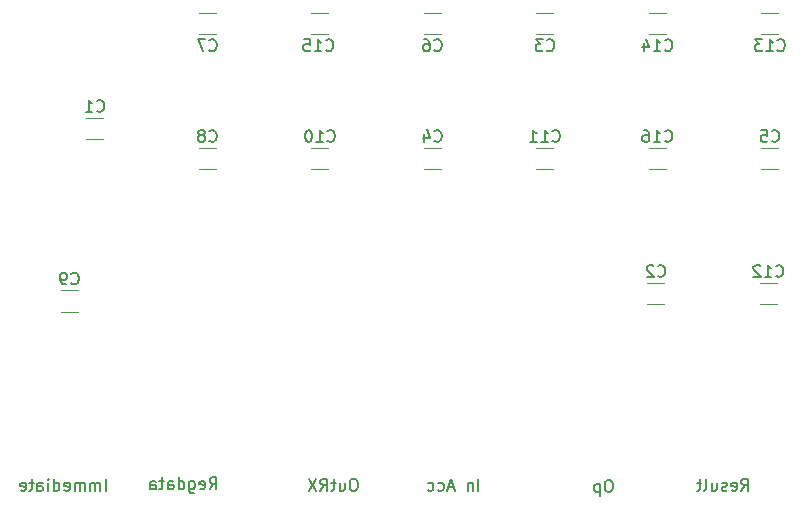
<source format=gbr>
%TF.GenerationSoftware,KiCad,Pcbnew,6.0.6-3a73a75311~116~ubuntu20.04.1*%
%TF.CreationDate,2022-07-29T20:39:59-07:00*%
%TF.ProjectId,ALUMux,414c554d-7578-42e6-9b69-6361645f7063,rev?*%
%TF.SameCoordinates,Original*%
%TF.FileFunction,Legend,Bot*%
%TF.FilePolarity,Positive*%
%FSLAX46Y46*%
G04 Gerber Fmt 4.6, Leading zero omitted, Abs format (unit mm)*
G04 Created by KiCad (PCBNEW 6.0.6-3a73a75311~116~ubuntu20.04.1) date 2022-07-29 20:39:59*
%MOMM*%
%LPD*%
G01*
G04 APERTURE LIST*
%ADD10C,0.150000*%
%ADD11C,0.120000*%
G04 APERTURE END LIST*
D10*
X184403809Y-146248380D02*
X184737142Y-145772190D01*
X184975238Y-146248380D02*
X184975238Y-145248380D01*
X184594285Y-145248380D01*
X184499047Y-145296000D01*
X184451428Y-145343619D01*
X184403809Y-145438857D01*
X184403809Y-145581714D01*
X184451428Y-145676952D01*
X184499047Y-145724571D01*
X184594285Y-145772190D01*
X184975238Y-145772190D01*
X183594285Y-146200761D02*
X183689523Y-146248380D01*
X183880000Y-146248380D01*
X183975238Y-146200761D01*
X184022857Y-146105523D01*
X184022857Y-145724571D01*
X183975238Y-145629333D01*
X183880000Y-145581714D01*
X183689523Y-145581714D01*
X183594285Y-145629333D01*
X183546666Y-145724571D01*
X183546666Y-145819809D01*
X184022857Y-145915047D01*
X183165714Y-146200761D02*
X183070476Y-146248380D01*
X182880000Y-146248380D01*
X182784761Y-146200761D01*
X182737142Y-146105523D01*
X182737142Y-146057904D01*
X182784761Y-145962666D01*
X182880000Y-145915047D01*
X183022857Y-145915047D01*
X183118095Y-145867428D01*
X183165714Y-145772190D01*
X183165714Y-145724571D01*
X183118095Y-145629333D01*
X183022857Y-145581714D01*
X182880000Y-145581714D01*
X182784761Y-145629333D01*
X181880000Y-145581714D02*
X181880000Y-146248380D01*
X182308571Y-145581714D02*
X182308571Y-146105523D01*
X182260952Y-146200761D01*
X182165714Y-146248380D01*
X182022857Y-146248380D01*
X181927619Y-146200761D01*
X181880000Y-146153142D01*
X181260952Y-146248380D02*
X181356190Y-146200761D01*
X181403809Y-146105523D01*
X181403809Y-145248380D01*
X181022857Y-145581714D02*
X180641904Y-145581714D01*
X180880000Y-145248380D02*
X180880000Y-146105523D01*
X180832380Y-146200761D01*
X180737142Y-146248380D01*
X180641904Y-146248380D01*
X173263644Y-145363963D02*
X173073167Y-145363963D01*
X172977929Y-145411583D01*
X172882691Y-145506821D01*
X172835072Y-145697297D01*
X172835072Y-146030630D01*
X172882691Y-146221106D01*
X172977929Y-146316344D01*
X173073167Y-146363963D01*
X173263644Y-146363963D01*
X173358882Y-146316344D01*
X173454120Y-146221106D01*
X173501739Y-146030630D01*
X173501739Y-145697297D01*
X173454120Y-145506821D01*
X173358882Y-145411583D01*
X173263644Y-145363963D01*
X172406501Y-145697297D02*
X172406501Y-146697297D01*
X172406501Y-145744916D02*
X172311263Y-145697297D01*
X172120786Y-145697297D01*
X172025548Y-145744916D01*
X171977929Y-145792535D01*
X171930310Y-145887773D01*
X171930310Y-146173487D01*
X171977929Y-146268725D01*
X172025548Y-146316344D01*
X172120786Y-146363963D01*
X172311263Y-146363963D01*
X172406501Y-146316344D01*
X162139047Y-146248380D02*
X162139047Y-145248380D01*
X161662857Y-145581714D02*
X161662857Y-146248380D01*
X161662857Y-145676952D02*
X161615238Y-145629333D01*
X161520000Y-145581714D01*
X161377142Y-145581714D01*
X161281904Y-145629333D01*
X161234285Y-145724571D01*
X161234285Y-146248380D01*
X160043809Y-145962666D02*
X159567619Y-145962666D01*
X160139047Y-146248380D02*
X159805714Y-145248380D01*
X159472380Y-146248380D01*
X158710476Y-146200761D02*
X158805714Y-146248380D01*
X158996190Y-146248380D01*
X159091428Y-146200761D01*
X159139047Y-146153142D01*
X159186666Y-146057904D01*
X159186666Y-145772190D01*
X159139047Y-145676952D01*
X159091428Y-145629333D01*
X158996190Y-145581714D01*
X158805714Y-145581714D01*
X158710476Y-145629333D01*
X157853333Y-146200761D02*
X157948571Y-146248380D01*
X158139047Y-146248380D01*
X158234285Y-146200761D01*
X158281904Y-146153142D01*
X158329523Y-146057904D01*
X158329523Y-145772190D01*
X158281904Y-145676952D01*
X158234285Y-145629333D01*
X158139047Y-145581714D01*
X157948571Y-145581714D01*
X157853333Y-145629333D01*
X151669523Y-145248380D02*
X151479047Y-145248380D01*
X151383809Y-145296000D01*
X151288571Y-145391238D01*
X151240952Y-145581714D01*
X151240952Y-145915047D01*
X151288571Y-146105523D01*
X151383809Y-146200761D01*
X151479047Y-146248380D01*
X151669523Y-146248380D01*
X151764761Y-146200761D01*
X151860000Y-146105523D01*
X151907619Y-145915047D01*
X151907619Y-145581714D01*
X151860000Y-145391238D01*
X151764761Y-145296000D01*
X151669523Y-145248380D01*
X150383809Y-145581714D02*
X150383809Y-146248380D01*
X150812380Y-145581714D02*
X150812380Y-146105523D01*
X150764761Y-146200761D01*
X150669523Y-146248380D01*
X150526666Y-146248380D01*
X150431428Y-146200761D01*
X150383809Y-146153142D01*
X150050476Y-145581714D02*
X149669523Y-145581714D01*
X149907619Y-145248380D02*
X149907619Y-146105523D01*
X149860000Y-146200761D01*
X149764761Y-146248380D01*
X149669523Y-146248380D01*
X148764761Y-146248380D02*
X149098095Y-145772190D01*
X149336190Y-146248380D02*
X149336190Y-145248380D01*
X148955238Y-145248380D01*
X148860000Y-145296000D01*
X148812380Y-145343619D01*
X148764761Y-145438857D01*
X148764761Y-145581714D01*
X148812380Y-145676952D01*
X148860000Y-145724571D01*
X148955238Y-145772190D01*
X149336190Y-145772190D01*
X148431428Y-145248380D02*
X147764761Y-146248380D01*
X147764761Y-145248380D02*
X148431428Y-146248380D01*
X130619047Y-146248380D02*
X130619047Y-145248380D01*
X130142857Y-146248380D02*
X130142857Y-145581714D01*
X130142857Y-145676952D02*
X130095238Y-145629333D01*
X130000000Y-145581714D01*
X129857142Y-145581714D01*
X129761904Y-145629333D01*
X129714285Y-145724571D01*
X129714285Y-146248380D01*
X129714285Y-145724571D02*
X129666666Y-145629333D01*
X129571428Y-145581714D01*
X129428571Y-145581714D01*
X129333333Y-145629333D01*
X129285714Y-145724571D01*
X129285714Y-146248380D01*
X128809523Y-146248380D02*
X128809523Y-145581714D01*
X128809523Y-145676952D02*
X128761904Y-145629333D01*
X128666666Y-145581714D01*
X128523809Y-145581714D01*
X128428571Y-145629333D01*
X128380952Y-145724571D01*
X128380952Y-146248380D01*
X128380952Y-145724571D02*
X128333333Y-145629333D01*
X128238095Y-145581714D01*
X128095238Y-145581714D01*
X128000000Y-145629333D01*
X127952380Y-145724571D01*
X127952380Y-146248380D01*
X127095238Y-146200761D02*
X127190476Y-146248380D01*
X127380952Y-146248380D01*
X127476190Y-146200761D01*
X127523809Y-146105523D01*
X127523809Y-145724571D01*
X127476190Y-145629333D01*
X127380952Y-145581714D01*
X127190476Y-145581714D01*
X127095238Y-145629333D01*
X127047619Y-145724571D01*
X127047619Y-145819809D01*
X127523809Y-145915047D01*
X126190476Y-146248380D02*
X126190476Y-145248380D01*
X126190476Y-146200761D02*
X126285714Y-146248380D01*
X126476190Y-146248380D01*
X126571428Y-146200761D01*
X126619047Y-146153142D01*
X126666666Y-146057904D01*
X126666666Y-145772190D01*
X126619047Y-145676952D01*
X126571428Y-145629333D01*
X126476190Y-145581714D01*
X126285714Y-145581714D01*
X126190476Y-145629333D01*
X125714285Y-146248380D02*
X125714285Y-145581714D01*
X125714285Y-145248380D02*
X125761904Y-145296000D01*
X125714285Y-145343619D01*
X125666666Y-145296000D01*
X125714285Y-145248380D01*
X125714285Y-145343619D01*
X124809523Y-146248380D02*
X124809523Y-145724571D01*
X124857142Y-145629333D01*
X124952380Y-145581714D01*
X125142857Y-145581714D01*
X125238095Y-145629333D01*
X124809523Y-146200761D02*
X124904761Y-146248380D01*
X125142857Y-146248380D01*
X125238095Y-146200761D01*
X125285714Y-146105523D01*
X125285714Y-146010285D01*
X125238095Y-145915047D01*
X125142857Y-145867428D01*
X124904761Y-145867428D01*
X124809523Y-145819809D01*
X124476190Y-145581714D02*
X124095238Y-145581714D01*
X124333333Y-145248380D02*
X124333333Y-146105523D01*
X124285714Y-146200761D01*
X124190476Y-146248380D01*
X124095238Y-146248380D01*
X123380952Y-146200761D02*
X123476190Y-146248380D01*
X123666666Y-146248380D01*
X123761904Y-146200761D01*
X123809523Y-146105523D01*
X123809523Y-145724571D01*
X123761904Y-145629333D01*
X123666666Y-145581714D01*
X123476190Y-145581714D01*
X123380952Y-145629333D01*
X123333333Y-145724571D01*
X123333333Y-145819809D01*
X123809523Y-145915047D01*
X139374285Y-146121380D02*
X139707619Y-145645190D01*
X139945714Y-146121380D02*
X139945714Y-145121380D01*
X139564761Y-145121380D01*
X139469523Y-145169000D01*
X139421904Y-145216619D01*
X139374285Y-145311857D01*
X139374285Y-145454714D01*
X139421904Y-145549952D01*
X139469523Y-145597571D01*
X139564761Y-145645190D01*
X139945714Y-145645190D01*
X138564761Y-146073761D02*
X138660000Y-146121380D01*
X138850476Y-146121380D01*
X138945714Y-146073761D01*
X138993333Y-145978523D01*
X138993333Y-145597571D01*
X138945714Y-145502333D01*
X138850476Y-145454714D01*
X138660000Y-145454714D01*
X138564761Y-145502333D01*
X138517142Y-145597571D01*
X138517142Y-145692809D01*
X138993333Y-145788047D01*
X137660000Y-145454714D02*
X137660000Y-146264238D01*
X137707619Y-146359476D01*
X137755238Y-146407095D01*
X137850476Y-146454714D01*
X137993333Y-146454714D01*
X138088571Y-146407095D01*
X137660000Y-146073761D02*
X137755238Y-146121380D01*
X137945714Y-146121380D01*
X138040952Y-146073761D01*
X138088571Y-146026142D01*
X138136190Y-145930904D01*
X138136190Y-145645190D01*
X138088571Y-145549952D01*
X138040952Y-145502333D01*
X137945714Y-145454714D01*
X137755238Y-145454714D01*
X137660000Y-145502333D01*
X136755238Y-146121380D02*
X136755238Y-145121380D01*
X136755238Y-146073761D02*
X136850476Y-146121380D01*
X137040952Y-146121380D01*
X137136190Y-146073761D01*
X137183809Y-146026142D01*
X137231428Y-145930904D01*
X137231428Y-145645190D01*
X137183809Y-145549952D01*
X137136190Y-145502333D01*
X137040952Y-145454714D01*
X136850476Y-145454714D01*
X136755238Y-145502333D01*
X135850476Y-146121380D02*
X135850476Y-145597571D01*
X135898095Y-145502333D01*
X135993333Y-145454714D01*
X136183809Y-145454714D01*
X136279047Y-145502333D01*
X135850476Y-146073761D02*
X135945714Y-146121380D01*
X136183809Y-146121380D01*
X136279047Y-146073761D01*
X136326666Y-145978523D01*
X136326666Y-145883285D01*
X136279047Y-145788047D01*
X136183809Y-145740428D01*
X135945714Y-145740428D01*
X135850476Y-145692809D01*
X135517142Y-145454714D02*
X135136190Y-145454714D01*
X135374285Y-145121380D02*
X135374285Y-145978523D01*
X135326666Y-146073761D01*
X135231428Y-146121380D01*
X135136190Y-146121380D01*
X134374285Y-146121380D02*
X134374285Y-145597571D01*
X134421904Y-145502333D01*
X134517142Y-145454714D01*
X134707619Y-145454714D01*
X134802857Y-145502333D01*
X134374285Y-146073761D02*
X134469523Y-146121380D01*
X134707619Y-146121380D01*
X134802857Y-146073761D01*
X134850476Y-145978523D01*
X134850476Y-145883285D01*
X134802857Y-145788047D01*
X134707619Y-145740428D01*
X134469523Y-145740428D01*
X134374285Y-145692809D01*
%TO.C,C5*%
X186983666Y-116617142D02*
X187031285Y-116664761D01*
X187174142Y-116712380D01*
X187269380Y-116712380D01*
X187412238Y-116664761D01*
X187507476Y-116569523D01*
X187555095Y-116474285D01*
X187602714Y-116283809D01*
X187602714Y-116140952D01*
X187555095Y-115950476D01*
X187507476Y-115855238D01*
X187412238Y-115760000D01*
X187269380Y-115712380D01*
X187174142Y-115712380D01*
X187031285Y-115760000D01*
X186983666Y-115807619D01*
X186078904Y-115712380D02*
X186555095Y-115712380D01*
X186602714Y-116188571D01*
X186555095Y-116140952D01*
X186459857Y-116093333D01*
X186221761Y-116093333D01*
X186126523Y-116140952D01*
X186078904Y-116188571D01*
X186031285Y-116283809D01*
X186031285Y-116521904D01*
X186078904Y-116617142D01*
X186126523Y-116664761D01*
X186221761Y-116712380D01*
X186459857Y-116712380D01*
X186555095Y-116664761D01*
X186602714Y-116617142D01*
%TO.C,C15*%
X149232857Y-108942142D02*
X149280476Y-108989761D01*
X149423333Y-109037380D01*
X149518571Y-109037380D01*
X149661428Y-108989761D01*
X149756666Y-108894523D01*
X149804285Y-108799285D01*
X149851904Y-108608809D01*
X149851904Y-108465952D01*
X149804285Y-108275476D01*
X149756666Y-108180238D01*
X149661428Y-108085000D01*
X149518571Y-108037380D01*
X149423333Y-108037380D01*
X149280476Y-108085000D01*
X149232857Y-108132619D01*
X148280476Y-109037380D02*
X148851904Y-109037380D01*
X148566190Y-109037380D02*
X148566190Y-108037380D01*
X148661428Y-108180238D01*
X148756666Y-108275476D01*
X148851904Y-108323095D01*
X147375714Y-108037380D02*
X147851904Y-108037380D01*
X147899523Y-108513571D01*
X147851904Y-108465952D01*
X147756666Y-108418333D01*
X147518571Y-108418333D01*
X147423333Y-108465952D01*
X147375714Y-108513571D01*
X147328095Y-108608809D01*
X147328095Y-108846904D01*
X147375714Y-108942142D01*
X147423333Y-108989761D01*
X147518571Y-109037380D01*
X147756666Y-109037380D01*
X147851904Y-108989761D01*
X147899523Y-108942142D01*
%TO.C,C1*%
X129833666Y-114077142D02*
X129881285Y-114124761D01*
X130024142Y-114172380D01*
X130119380Y-114172380D01*
X130262238Y-114124761D01*
X130357476Y-114029523D01*
X130405095Y-113934285D01*
X130452714Y-113743809D01*
X130452714Y-113600952D01*
X130405095Y-113410476D01*
X130357476Y-113315238D01*
X130262238Y-113220000D01*
X130119380Y-113172380D01*
X130024142Y-113172380D01*
X129881285Y-113220000D01*
X129833666Y-113267619D01*
X128881285Y-114172380D02*
X129452714Y-114172380D01*
X129167000Y-114172380D02*
X129167000Y-113172380D01*
X129262238Y-113315238D01*
X129357476Y-113410476D01*
X129452714Y-113458095D01*
%TO.C,C10*%
X149359857Y-116617142D02*
X149407476Y-116664761D01*
X149550333Y-116712380D01*
X149645571Y-116712380D01*
X149788428Y-116664761D01*
X149883666Y-116569523D01*
X149931285Y-116474285D01*
X149978904Y-116283809D01*
X149978904Y-116140952D01*
X149931285Y-115950476D01*
X149883666Y-115855238D01*
X149788428Y-115760000D01*
X149645571Y-115712380D01*
X149550333Y-115712380D01*
X149407476Y-115760000D01*
X149359857Y-115807619D01*
X148407476Y-116712380D02*
X148978904Y-116712380D01*
X148693190Y-116712380D02*
X148693190Y-115712380D01*
X148788428Y-115855238D01*
X148883666Y-115950476D01*
X148978904Y-115998095D01*
X147788428Y-115712380D02*
X147693190Y-115712380D01*
X147597952Y-115760000D01*
X147550333Y-115807619D01*
X147502714Y-115902857D01*
X147455095Y-116093333D01*
X147455095Y-116331428D01*
X147502714Y-116521904D01*
X147550333Y-116617142D01*
X147597952Y-116664761D01*
X147693190Y-116712380D01*
X147788428Y-116712380D01*
X147883666Y-116664761D01*
X147931285Y-116617142D01*
X147978904Y-116521904D01*
X148026523Y-116331428D01*
X148026523Y-116093333D01*
X147978904Y-115902857D01*
X147931285Y-115807619D01*
X147883666Y-115760000D01*
X147788428Y-115712380D01*
%TO.C,C12*%
X187332857Y-128047142D02*
X187380476Y-128094761D01*
X187523333Y-128142380D01*
X187618571Y-128142380D01*
X187761428Y-128094761D01*
X187856666Y-127999523D01*
X187904285Y-127904285D01*
X187951904Y-127713809D01*
X187951904Y-127570952D01*
X187904285Y-127380476D01*
X187856666Y-127285238D01*
X187761428Y-127190000D01*
X187618571Y-127142380D01*
X187523333Y-127142380D01*
X187380476Y-127190000D01*
X187332857Y-127237619D01*
X186380476Y-128142380D02*
X186951904Y-128142380D01*
X186666190Y-128142380D02*
X186666190Y-127142380D01*
X186761428Y-127285238D01*
X186856666Y-127380476D01*
X186951904Y-127428095D01*
X185999523Y-127237619D02*
X185951904Y-127190000D01*
X185856666Y-127142380D01*
X185618571Y-127142380D01*
X185523333Y-127190000D01*
X185475714Y-127237619D01*
X185428095Y-127332857D01*
X185428095Y-127428095D01*
X185475714Y-127570952D01*
X186047142Y-128142380D01*
X185428095Y-128142380D01*
%TO.C,C13*%
X187459857Y-108942142D02*
X187507476Y-108989761D01*
X187650333Y-109037380D01*
X187745571Y-109037380D01*
X187888428Y-108989761D01*
X187983666Y-108894523D01*
X188031285Y-108799285D01*
X188078904Y-108608809D01*
X188078904Y-108465952D01*
X188031285Y-108275476D01*
X187983666Y-108180238D01*
X187888428Y-108085000D01*
X187745571Y-108037380D01*
X187650333Y-108037380D01*
X187507476Y-108085000D01*
X187459857Y-108132619D01*
X186507476Y-109037380D02*
X187078904Y-109037380D01*
X186793190Y-109037380D02*
X186793190Y-108037380D01*
X186888428Y-108180238D01*
X186983666Y-108275476D01*
X187078904Y-108323095D01*
X186174142Y-108037380D02*
X185555095Y-108037380D01*
X185888428Y-108418333D01*
X185745571Y-108418333D01*
X185650333Y-108465952D01*
X185602714Y-108513571D01*
X185555095Y-108608809D01*
X185555095Y-108846904D01*
X185602714Y-108942142D01*
X185650333Y-108989761D01*
X185745571Y-109037380D01*
X186031285Y-109037380D01*
X186126523Y-108989761D01*
X186174142Y-108942142D01*
%TO.C,C9*%
X127674666Y-128682142D02*
X127722285Y-128729761D01*
X127865142Y-128777380D01*
X127960380Y-128777380D01*
X128103238Y-128729761D01*
X128198476Y-128634523D01*
X128246095Y-128539285D01*
X128293714Y-128348809D01*
X128293714Y-128205952D01*
X128246095Y-128015476D01*
X128198476Y-127920238D01*
X128103238Y-127825000D01*
X127960380Y-127777380D01*
X127865142Y-127777380D01*
X127722285Y-127825000D01*
X127674666Y-127872619D01*
X127198476Y-128777380D02*
X127008000Y-128777380D01*
X126912761Y-128729761D01*
X126865142Y-128682142D01*
X126769904Y-128539285D01*
X126722285Y-128348809D01*
X126722285Y-127967857D01*
X126769904Y-127872619D01*
X126817523Y-127825000D01*
X126912761Y-127777380D01*
X127103238Y-127777380D01*
X127198476Y-127825000D01*
X127246095Y-127872619D01*
X127293714Y-127967857D01*
X127293714Y-128205952D01*
X127246095Y-128301190D01*
X127198476Y-128348809D01*
X127103238Y-128396428D01*
X126912761Y-128396428D01*
X126817523Y-128348809D01*
X126769904Y-128301190D01*
X126722285Y-128205952D01*
%TO.C,C11*%
X168409857Y-116617142D02*
X168457476Y-116664761D01*
X168600333Y-116712380D01*
X168695571Y-116712380D01*
X168838428Y-116664761D01*
X168933666Y-116569523D01*
X168981285Y-116474285D01*
X169028904Y-116283809D01*
X169028904Y-116140952D01*
X168981285Y-115950476D01*
X168933666Y-115855238D01*
X168838428Y-115760000D01*
X168695571Y-115712380D01*
X168600333Y-115712380D01*
X168457476Y-115760000D01*
X168409857Y-115807619D01*
X167457476Y-116712380D02*
X168028904Y-116712380D01*
X167743190Y-116712380D02*
X167743190Y-115712380D01*
X167838428Y-115855238D01*
X167933666Y-115950476D01*
X168028904Y-115998095D01*
X166505095Y-116712380D02*
X167076523Y-116712380D01*
X166790809Y-116712380D02*
X166790809Y-115712380D01*
X166886047Y-115855238D01*
X166981285Y-115950476D01*
X167076523Y-115998095D01*
%TO.C,C2*%
X177331666Y-128047142D02*
X177379285Y-128094761D01*
X177522142Y-128142380D01*
X177617380Y-128142380D01*
X177760238Y-128094761D01*
X177855476Y-127999523D01*
X177903095Y-127904285D01*
X177950714Y-127713809D01*
X177950714Y-127570952D01*
X177903095Y-127380476D01*
X177855476Y-127285238D01*
X177760238Y-127190000D01*
X177617380Y-127142380D01*
X177522142Y-127142380D01*
X177379285Y-127190000D01*
X177331666Y-127237619D01*
X176950714Y-127237619D02*
X176903095Y-127190000D01*
X176807857Y-127142380D01*
X176569761Y-127142380D01*
X176474523Y-127190000D01*
X176426904Y-127237619D01*
X176379285Y-127332857D01*
X176379285Y-127428095D01*
X176426904Y-127570952D01*
X176998333Y-128142380D01*
X176379285Y-128142380D01*
%TO.C,C16*%
X177934857Y-116617142D02*
X177982476Y-116664761D01*
X178125333Y-116712380D01*
X178220571Y-116712380D01*
X178363428Y-116664761D01*
X178458666Y-116569523D01*
X178506285Y-116474285D01*
X178553904Y-116283809D01*
X178553904Y-116140952D01*
X178506285Y-115950476D01*
X178458666Y-115855238D01*
X178363428Y-115760000D01*
X178220571Y-115712380D01*
X178125333Y-115712380D01*
X177982476Y-115760000D01*
X177934857Y-115807619D01*
X176982476Y-116712380D02*
X177553904Y-116712380D01*
X177268190Y-116712380D02*
X177268190Y-115712380D01*
X177363428Y-115855238D01*
X177458666Y-115950476D01*
X177553904Y-115998095D01*
X176125333Y-115712380D02*
X176315809Y-115712380D01*
X176411047Y-115760000D01*
X176458666Y-115807619D01*
X176553904Y-115950476D01*
X176601523Y-116140952D01*
X176601523Y-116521904D01*
X176553904Y-116617142D01*
X176506285Y-116664761D01*
X176411047Y-116712380D01*
X176220571Y-116712380D01*
X176125333Y-116664761D01*
X176077714Y-116617142D01*
X176030095Y-116521904D01*
X176030095Y-116283809D01*
X176077714Y-116188571D01*
X176125333Y-116140952D01*
X176220571Y-116093333D01*
X176411047Y-116093333D01*
X176506285Y-116140952D01*
X176553904Y-116188571D01*
X176601523Y-116283809D01*
%TO.C,C8*%
X139358666Y-116617142D02*
X139406285Y-116664761D01*
X139549142Y-116712380D01*
X139644380Y-116712380D01*
X139787238Y-116664761D01*
X139882476Y-116569523D01*
X139930095Y-116474285D01*
X139977714Y-116283809D01*
X139977714Y-116140952D01*
X139930095Y-115950476D01*
X139882476Y-115855238D01*
X139787238Y-115760000D01*
X139644380Y-115712380D01*
X139549142Y-115712380D01*
X139406285Y-115760000D01*
X139358666Y-115807619D01*
X138787238Y-116140952D02*
X138882476Y-116093333D01*
X138930095Y-116045714D01*
X138977714Y-115950476D01*
X138977714Y-115902857D01*
X138930095Y-115807619D01*
X138882476Y-115760000D01*
X138787238Y-115712380D01*
X138596761Y-115712380D01*
X138501523Y-115760000D01*
X138453904Y-115807619D01*
X138406285Y-115902857D01*
X138406285Y-115950476D01*
X138453904Y-116045714D01*
X138501523Y-116093333D01*
X138596761Y-116140952D01*
X138787238Y-116140952D01*
X138882476Y-116188571D01*
X138930095Y-116236190D01*
X138977714Y-116331428D01*
X138977714Y-116521904D01*
X138930095Y-116617142D01*
X138882476Y-116664761D01*
X138787238Y-116712380D01*
X138596761Y-116712380D01*
X138501523Y-116664761D01*
X138453904Y-116617142D01*
X138406285Y-116521904D01*
X138406285Y-116331428D01*
X138453904Y-116236190D01*
X138501523Y-116188571D01*
X138596761Y-116140952D01*
%TO.C,C7*%
X139358666Y-108942142D02*
X139406285Y-108989761D01*
X139549142Y-109037380D01*
X139644380Y-109037380D01*
X139787238Y-108989761D01*
X139882476Y-108894523D01*
X139930095Y-108799285D01*
X139977714Y-108608809D01*
X139977714Y-108465952D01*
X139930095Y-108275476D01*
X139882476Y-108180238D01*
X139787238Y-108085000D01*
X139644380Y-108037380D01*
X139549142Y-108037380D01*
X139406285Y-108085000D01*
X139358666Y-108132619D01*
X139025333Y-108037380D02*
X138358666Y-108037380D01*
X138787238Y-109037380D01*
%TO.C,C6*%
X158408666Y-108942142D02*
X158456285Y-108989761D01*
X158599142Y-109037380D01*
X158694380Y-109037380D01*
X158837238Y-108989761D01*
X158932476Y-108894523D01*
X158980095Y-108799285D01*
X159027714Y-108608809D01*
X159027714Y-108465952D01*
X158980095Y-108275476D01*
X158932476Y-108180238D01*
X158837238Y-108085000D01*
X158694380Y-108037380D01*
X158599142Y-108037380D01*
X158456285Y-108085000D01*
X158408666Y-108132619D01*
X157551523Y-108037380D02*
X157742000Y-108037380D01*
X157837238Y-108085000D01*
X157884857Y-108132619D01*
X157980095Y-108275476D01*
X158027714Y-108465952D01*
X158027714Y-108846904D01*
X157980095Y-108942142D01*
X157932476Y-108989761D01*
X157837238Y-109037380D01*
X157646761Y-109037380D01*
X157551523Y-108989761D01*
X157503904Y-108942142D01*
X157456285Y-108846904D01*
X157456285Y-108608809D01*
X157503904Y-108513571D01*
X157551523Y-108465952D01*
X157646761Y-108418333D01*
X157837238Y-108418333D01*
X157932476Y-108465952D01*
X157980095Y-108513571D01*
X158027714Y-108608809D01*
%TO.C,C3*%
X167933666Y-108942142D02*
X167981285Y-108989761D01*
X168124142Y-109037380D01*
X168219380Y-109037380D01*
X168362238Y-108989761D01*
X168457476Y-108894523D01*
X168505095Y-108799285D01*
X168552714Y-108608809D01*
X168552714Y-108465952D01*
X168505095Y-108275476D01*
X168457476Y-108180238D01*
X168362238Y-108085000D01*
X168219380Y-108037380D01*
X168124142Y-108037380D01*
X167981285Y-108085000D01*
X167933666Y-108132619D01*
X167600333Y-108037380D02*
X166981285Y-108037380D01*
X167314619Y-108418333D01*
X167171761Y-108418333D01*
X167076523Y-108465952D01*
X167028904Y-108513571D01*
X166981285Y-108608809D01*
X166981285Y-108846904D01*
X167028904Y-108942142D01*
X167076523Y-108989761D01*
X167171761Y-109037380D01*
X167457476Y-109037380D01*
X167552714Y-108989761D01*
X167600333Y-108942142D01*
%TO.C,C4*%
X158408666Y-116617142D02*
X158456285Y-116664761D01*
X158599142Y-116712380D01*
X158694380Y-116712380D01*
X158837238Y-116664761D01*
X158932476Y-116569523D01*
X158980095Y-116474285D01*
X159027714Y-116283809D01*
X159027714Y-116140952D01*
X158980095Y-115950476D01*
X158932476Y-115855238D01*
X158837238Y-115760000D01*
X158694380Y-115712380D01*
X158599142Y-115712380D01*
X158456285Y-115760000D01*
X158408666Y-115807619D01*
X157551523Y-116045714D02*
X157551523Y-116712380D01*
X157789619Y-115664761D02*
X158027714Y-116379047D01*
X157408666Y-116379047D01*
%TO.C,C14*%
X177934857Y-108942142D02*
X177982476Y-108989761D01*
X178125333Y-109037380D01*
X178220571Y-109037380D01*
X178363428Y-108989761D01*
X178458666Y-108894523D01*
X178506285Y-108799285D01*
X178553904Y-108608809D01*
X178553904Y-108465952D01*
X178506285Y-108275476D01*
X178458666Y-108180238D01*
X178363428Y-108085000D01*
X178220571Y-108037380D01*
X178125333Y-108037380D01*
X177982476Y-108085000D01*
X177934857Y-108132619D01*
X176982476Y-109037380D02*
X177553904Y-109037380D01*
X177268190Y-109037380D02*
X177268190Y-108037380D01*
X177363428Y-108180238D01*
X177458666Y-108275476D01*
X177553904Y-108323095D01*
X176125333Y-108370714D02*
X176125333Y-109037380D01*
X176363428Y-107989761D02*
X176601523Y-108704047D01*
X175982476Y-108704047D01*
D11*
%TO.C,C5*%
X187528252Y-119020000D02*
X186105748Y-119020000D01*
X187528252Y-117200000D02*
X186105748Y-117200000D01*
%TO.C,C15*%
X149428252Y-107590000D02*
X148005748Y-107590000D01*
X149428252Y-105770000D02*
X148005748Y-105770000D01*
%TO.C,C1*%
X130378252Y-116480000D02*
X128955748Y-116480000D01*
X130378252Y-114660000D02*
X128955748Y-114660000D01*
%TO.C,C10*%
X149428252Y-117200000D02*
X148005748Y-117200000D01*
X149428252Y-119020000D02*
X148005748Y-119020000D01*
%TO.C,C12*%
X187401252Y-130450000D02*
X185978748Y-130450000D01*
X187401252Y-128630000D02*
X185978748Y-128630000D01*
%TO.C,C13*%
X187528252Y-105770000D02*
X186105748Y-105770000D01*
X187528252Y-107590000D02*
X186105748Y-107590000D01*
%TO.C,C9*%
X128219252Y-131085000D02*
X126796748Y-131085000D01*
X128219252Y-129265000D02*
X126796748Y-129265000D01*
%TO.C,C11*%
X168478252Y-119020000D02*
X167055748Y-119020000D01*
X168478252Y-117200000D02*
X167055748Y-117200000D01*
%TO.C,C2*%
X177876252Y-128630000D02*
X176453748Y-128630000D01*
X177876252Y-130450000D02*
X176453748Y-130450000D01*
%TO.C,C16*%
X178003252Y-119020000D02*
X176580748Y-119020000D01*
X178003252Y-117200000D02*
X176580748Y-117200000D01*
%TO.C,C8*%
X139903252Y-117200000D02*
X138480748Y-117200000D01*
X139903252Y-119020000D02*
X138480748Y-119020000D01*
%TO.C,C7*%
X139903252Y-105770000D02*
X138480748Y-105770000D01*
X139903252Y-107590000D02*
X138480748Y-107590000D01*
%TO.C,C6*%
X158953252Y-107590000D02*
X157530748Y-107590000D01*
X158953252Y-105770000D02*
X157530748Y-105770000D01*
%TO.C,C3*%
X168478252Y-105770000D02*
X167055748Y-105770000D01*
X168478252Y-107590000D02*
X167055748Y-107590000D01*
%TO.C,C4*%
X158953252Y-117200000D02*
X157530748Y-117200000D01*
X158953252Y-119020000D02*
X157530748Y-119020000D01*
%TO.C,C14*%
X178003252Y-105770000D02*
X176580748Y-105770000D01*
X178003252Y-107590000D02*
X176580748Y-107590000D01*
%TD*%
M02*

</source>
